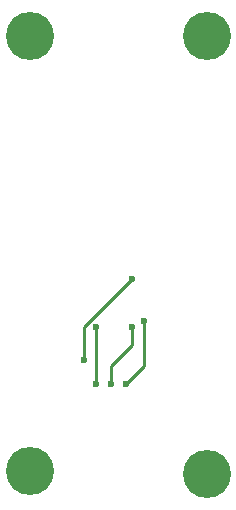
<source format=gbr>
G04 #@! TF.FileFunction,Copper,L2,Bot,Signal*
%FSLAX46Y46*%
G04 Gerber Fmt 4.6, Leading zero omitted, Abs format (unit mm)*
G04 Created by KiCad (PCBNEW 0.201508241000+6117~28~ubuntu14.04.1-product) date Sun 30 Aug 2015 03:15:56 PM PDT*
%MOMM*%
G01*
G04 APERTURE LIST*
%ADD10C,0.100000*%
%ADD11C,4.064000*%
%ADD12C,0.600000*%
%ADD13C,0.250000*%
G04 APERTURE END LIST*
D10*
D11*
X143256000Y-103378000D03*
X158242000Y-103632000D03*
X158242000Y-66548000D03*
X143256000Y-66548000D03*
D12*
X147828000Y-93980000D03*
X151892000Y-87122000D03*
X151384000Y-96012000D03*
X152908000Y-90678000D03*
X150114000Y-96012000D03*
X151892000Y-91186000D03*
X148844000Y-96012000D03*
X148844000Y-91186000D03*
D13*
X147828000Y-91186000D02*
X147828000Y-93980000D01*
X151892000Y-87122000D02*
X147828000Y-91186000D01*
X151384000Y-96012000D02*
X152908000Y-94488000D01*
X152908000Y-94488000D02*
X152908000Y-90678000D01*
X150114000Y-94488000D02*
X150114000Y-96012000D01*
X151892000Y-92710000D02*
X150114000Y-94488000D01*
X151892000Y-91186000D02*
X151892000Y-92710000D01*
X148844000Y-91186000D02*
X148844000Y-96012000D01*
M02*

</source>
